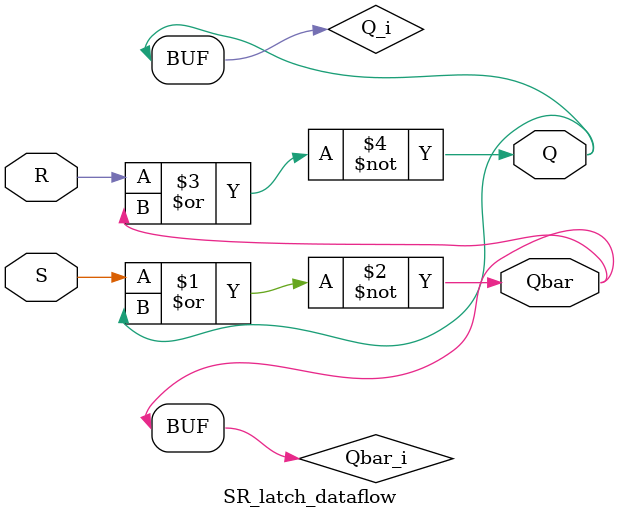
<source format=v>
`timescale 1ns / 1ps


module SR_latch_dataflow(
	input R, 
	input S, 
	output Q, 
	output Qbar
	);
	assign #2 Q_i = Q;
	assign #2 Qbar_i = Qbar;
	assign #2 Qbar = ~ (S | Q);
	assign #2 Q = ~ (R | Qbar);
endmodule
</source>
